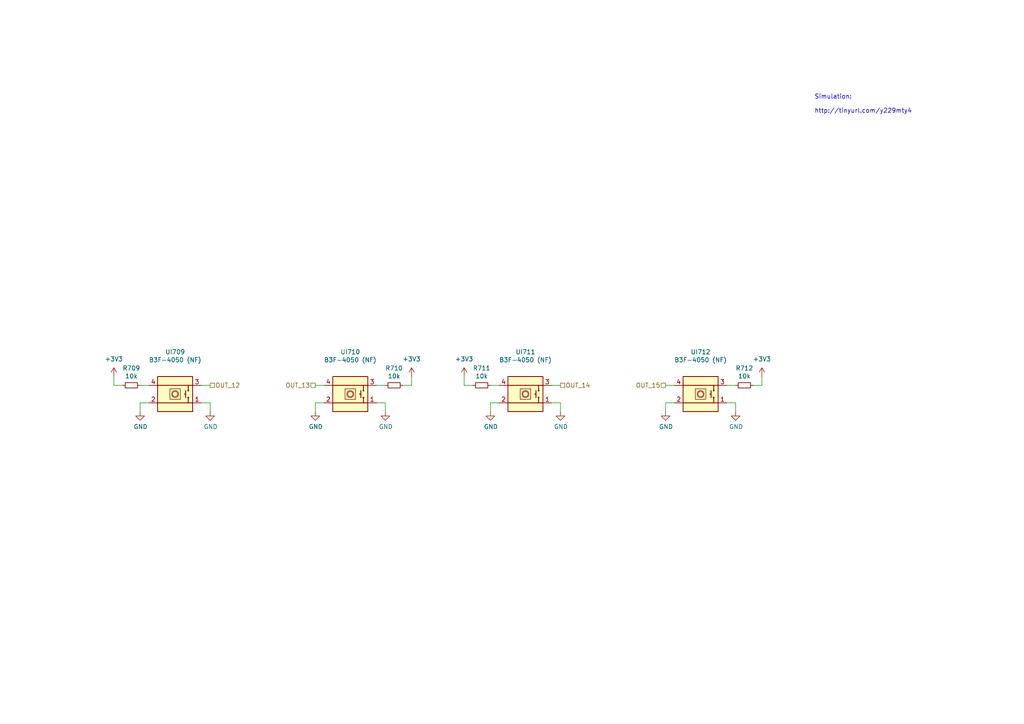
<source format=kicad_sch>
(kicad_sch (version 20211123) (generator eeschema)
  (paper "A4")
  (lib_symbols
    (symbol "power:+3V3" (power) (pin_names (offset 0))
      (property "Value" "+3V3" (at 0 3.556 0))
      (symbol "+3V3_0_1"
        (polyline (pts (xy -0.762 1.27) (xy 0 2.54)))
        (polyline (pts (xy 0 0) (xy 0 2.54)))
        (polyline (pts (xy 0 2.54) (xy 0.762 1.27)))
      )
      (symbol "+3V3_1_1"
        (pin power_in line (at 0 0 90) (length 0) hide (name "+3V3") (number "1"))
      )
    )
    (symbol "power:GND" (power) (pin_names (offset 0))
      (property "Value" "GND" (at 0 -3.81 0))
      (symbol "GND_0_1"
        (polyline (pts (xy 0 0) (xy 0 -1.27) (xy 1.27 -1.27) (xy 0 -2.54) (xy -1.27 -1.27) (xy 0 -1.27)))
      )
      (symbol "GND_1_1"
        (pin power_in line (at 0 0 270) (length 0) hide (name "GND") (number "1"))
      )
    )
    (symbol "suku_basics:RES" (pin_numbers hide) (pin_names (offset 0.254) hide)
      (property "Reference" "R" (at 0.762 0.508 0))
      (property "Value" "RES" (at 0.762 -1.016 0))
      (symbol "RES_1_1"
        (rectangle (start -0.762 1.778) (end 0.762 -1.778) (stroke (width 0.2032)))
        (pin passive line (at 0 2.54 270) (length 0.762) (name "~") (number "1"))
        (pin passive line (at 0 -2.54 90) (length 0.762) (name "~") (number "2"))
      )
    )
    (symbol "suku_basics:UI_Pushbutton_Omron" (pin_names (offset 0.254) hide)
      (property "Reference" "UI" (at 0 11.684 0))
      (property "Value" "UI_Pushbutton_Omron" (at 0 -11.684 0))
      (symbol "UI_Pushbutton_Omron_0_1"
        (rectangle (start -5.08 5.08) (end 5.08 -5.08) (stroke (width 0.254)) (fill (type background)))
        (rectangle (start -1.524 1.524) (end 1.524 -1.524))
        (polyline (pts (xy 3.048 0) (xy 2.667 0)) (stroke (width 0.254)))
        (polyline (pts (xy 3.048 1.016) (xy 3.048 -1.016)) (stroke (width 0.254)))
        (polyline (pts (xy 5.08 -2.54) (xy 3.81 -2.54) (xy 3.81 -1.016)) (stroke (width 0.254)))
        (polyline (pts (xy 5.08 2.54) (xy 3.81 2.54) (xy 3.81 1.016)) (stroke (width 0.254)))
        (circle (center 0 0) (radius 0.762))
        (circle (center 0 0) (radius 1.016))
        (circle (center 3.81 -1.016) (radius 0.127) (stroke (width 0.254)))
        (circle (center 3.81 1.016) (radius 0.127) (stroke (width 0.254)))
      )
      (symbol "UI_Pushbutton_Omron_1_1"
        (polyline (pts (xy 3.81 -2.54) (xy 3.048 -2.54) (xy -5.08 -2.54)) (stroke (width 0.254)))
        (polyline (pts (xy 3.81 2.54) (xy 3.048 2.54) (xy -5.08 2.54)) (stroke (width 0.254)))
        (pin passive line (at 7.62 -2.54 180) (length 2.54) (name "1") (number "1"))
        (pin passive line (at -7.62 -2.54 0) (length 2.54) (name "2") (number "2"))
        (pin passive line (at 7.62 2.54 180) (length 2.54) (name "3") (number "3"))
        (pin passive line (at -7.62 2.54 0) (length 2.54) (name "4") (number "4"))
        (pin no_connect line (at 0 -7.62 90) (length 2.54) hide (name "5") (number "5"))
        (pin no_connect line (at 0 7.62 270) (length 2.54) hide (name "6") (number "6"))
      )
    )
  )
  (wire (pts (xy 193.04 111.76) (xy 195.58 111.76)))
  (wire (pts (xy 40.64 116.84) (xy 43.18 116.84)))
  (wire (pts (xy 40.64 119.38) (xy 40.64 116.84)))
  (wire (pts (xy 33.02 111.76) (xy 35.56 111.76)))
  (wire (pts (xy 193.04 119.38) (xy 193.04 116.84)))
  (wire (pts (xy 119.38 111.76) (xy 119.38 109.22)))
  (wire (pts (xy 213.36 116.84) (xy 210.82 116.84)))
  (wire (pts (xy 60.96 116.84) (xy 58.42 116.84)))
  (wire (pts (xy 111.76 116.84) (xy 109.22 116.84)))
  (wire (pts (xy 160.02 111.76) (xy 162.56 111.76)))
  (wire (pts (xy 162.56 119.38) (xy 162.56 116.84)))
  (wire (pts (xy 142.24 116.84) (xy 144.78 116.84)))
  (wire (pts (xy 43.18 111.76) (xy 40.64 111.76)))
  (wire (pts (xy 91.44 119.38) (xy 91.44 116.84)))
  (wire (pts (xy 220.98 111.76) (xy 218.44 111.76)))
  (wire (pts (xy 91.44 111.76) (xy 93.98 111.76)))
  (wire (pts (xy 58.42 111.76) (xy 60.96 111.76)))
  (wire (pts (xy 33.02 109.22) (xy 33.02 111.76)))
  (wire (pts (xy 109.22 111.76) (xy 111.76 111.76)))
  (wire (pts (xy 119.38 111.76) (xy 116.84 111.76)))
  (wire (pts (xy 144.78 111.76) (xy 142.24 111.76)))
  (wire (pts (xy 111.76 119.38) (xy 111.76 116.84)))
  (wire (pts (xy 60.96 119.38) (xy 60.96 116.84)))
  (wire (pts (xy 91.44 116.84) (xy 93.98 116.84)))
  (wire (pts (xy 220.98 111.76) (xy 220.98 109.22)))
  (wire (pts (xy 193.04 116.84) (xy 195.58 116.84)))
  (wire (pts (xy 142.24 119.38) (xy 142.24 116.84)))
  (wire (pts (xy 213.36 119.38) (xy 213.36 116.84)))
  (wire (pts (xy 134.62 109.22) (xy 134.62 111.76)))
  (wire (pts (xy 162.56 116.84) (xy 160.02 116.84)))
  (wire (pts (xy 134.62 111.76) (xy 137.16 111.76)))
  (wire (pts (xy 210.82 111.76) (xy 213.36 111.76)))
  (text "Simulation:\n\nhttp://tinyurl.com/y229mty4" (at 236.22 33.02 0) (effects (font (size 1.27 1.27)) (justify left bottom)))
  (hierarchical_label "OUT_13" (shape passive) (at 91.44 111.76 180))
  (hierarchical_label "OUT_12" (shape passive) (at 60.96 111.76 0))
  (hierarchical_label "OUT_14" (shape passive) (at 162.56 111.76 0))
  (hierarchical_label "OUT_15" (shape passive) (at 193.04 111.76 180))
  (symbol (lib_id "suku_basics:UI_Pushbutton_Omron") (at 50.8 114.3 0) (unit 1)
    (property "Reference" "UI709" (at 50.8 102.0826 0))
    (property "Value" "B3F-4050 (NF)" (at 50.8 104.394 0))
    (property "Footprint" "suku_basics:UI_BUTTON_OMRON" (effects hide))
  )
  (symbol (lib_id "suku_basics:UI_Pushbutton_Omron") (at 101.6 114.3 0) (unit 1)
    (property "Reference" "UI710" (at 101.6 102.0826 0))
    (property "Value" "B3F-4050 (NF)" (at 101.6 104.394 0))
    (property "Footprint" "suku_basics:UI_BUTTON_OMRON" (effects hide))
  )
  (symbol (lib_id "suku_basics:UI_Pushbutton_Omron") (at 152.4 114.3 0) (unit 1)
    (property "Reference" "UI711" (at 152.4 102.0826 0))
    (property "Value" "B3F-4050 (NF)" (at 152.4 104.394 0))
    (property "Footprint" "suku_basics:UI_BUTTON_OMRON" (effects hide))
  )
  (symbol (lib_id "suku_basics:UI_Pushbutton_Omron") (at 203.2 114.3 0) (unit 1)
    (property "Reference" "UI712" (at 203.2 102.0826 0))
    (property "Value" "B3F-4050 (NF)" (at 203.2 104.394 0))
    (property "Footprint" "suku_basics:UI_BUTTON_OMRON" (effects hide))
  )
  (symbol (lib_id "power:GND") (at 40.64 119.38 0) (unit 1)
    (property "Reference" "#PWR0722" (effects hide))
    (property "Value" "GND" (at 40.767 123.7742 0))
  )
  (symbol (lib_id "power:GND") (at 60.96 119.38 0) (unit 1)
    (property "Reference" "#PWR0723" (effects hide))
    (property "Value" "GND" (at 61.087 123.7742 0))
  )
  (symbol (lib_id "suku_basics:RES") (at 38.1 111.76 270) (unit 1)
    (property "Reference" "R709" (at 38.1 106.7816 90))
    (property "Value" "10k" (at 38.1 109.093 90))
    (property "Footprint" "suku_basics:RES_0402" (effects hide))
  )
  (symbol (lib_id "power:GND") (at 91.44 119.38 0) (unit 1)
    (property "Reference" "#PWR0724" (effects hide))
    (property "Value" "GND" (at 91.567 123.7742 0))
  )
  (symbol (lib_id "power:GND") (at 111.76 119.38 0) (unit 1)
    (property "Reference" "#PWR0725" (effects hide))
    (property "Value" "GND" (at 111.887 123.7742 0))
  )
  (symbol (lib_id "suku_basics:RES") (at 114.3 111.76 90) (mirror x) (unit 1)
    (property "Reference" "R710" (at 114.3 106.7816 90))
    (property "Value" "10k" (at 114.3 109.093 90))
    (property "Footprint" "suku_basics:RES_0402" (effects hide))
  )
  (symbol (lib_id "power:GND") (at 142.24 119.38 0) (unit 1)
    (property "Reference" "#PWR0728" (effects hide))
    (property "Value" "GND" (at 142.367 123.7742 0))
  )
  (symbol (lib_id "power:GND") (at 162.56 119.38 0) (unit 1)
    (property "Reference" "#PWR0729" (effects hide))
    (property "Value" "GND" (at 162.687 123.7742 0))
  )
  (symbol (lib_id "suku_basics:RES") (at 139.7 111.76 270) (unit 1)
    (property "Reference" "R711" (at 139.7 106.7816 90))
    (property "Value" "10k" (at 139.7 109.093 90))
    (property "Footprint" "suku_basics:RES_0402" (effects hide))
  )
  (symbol (lib_id "power:GND") (at 193.04 119.38 0) (unit 1)
    (property "Reference" "#PWR0730" (effects hide))
    (property "Value" "GND" (at 193.167 123.7742 0))
  )
  (symbol (lib_id "power:GND") (at 213.36 119.38 0) (unit 1)
    (property "Reference" "#PWR0731" (effects hide))
    (property "Value" "GND" (at 213.487 123.7742 0))
  )
  (symbol (lib_id "suku_basics:RES") (at 215.9 111.76 90) (mirror x) (unit 1)
    (property "Reference" "R712" (at 215.9 106.7816 90))
    (property "Value" "10k" (at 215.9 109.093 90))
    (property "Footprint" "suku_basics:RES_0402" (effects hide))
  )
  (symbol (lib_id "power:+3V3") (at 33.02 109.22 0) (unit 1)
    (property "Reference" "#PWR0721" (effects hide))
    (property "Value" "+3V3" (at 33.02 104.14 0))
  )
  (symbol (lib_id "power:+3V3") (at 134.62 109.22 0) (unit 1)
    (property "Reference" "#PWR0727" (effects hide))
    (property "Value" "+3V3" (at 134.62 104.14 0))
  )
  (symbol (lib_id "power:+3V3") (at 119.38 109.22 0) (unit 1)
    (property "Reference" "#PWR0726" (effects hide))
    (property "Value" "+3V3" (at 119.38 104.14 0))
  )
  (symbol (lib_id "power:+3V3") (at 220.98 109.22 0) (unit 1)
    (property "Reference" "#PWR0732" (effects hide))
    (property "Value" "+3V3" (at 220.98 104.14 0))
  )
)
</source>
